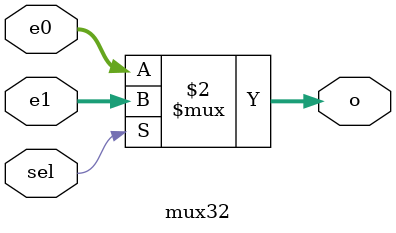
<source format=v>
module mux32(
    e0                          ,
    e1                          ,
    o                           ,
    sel                         
    );
    
input   [1:32]                          e0                          ;
input   [1:32]                          e1                          ;
output  [1:32]                          o                           ;
input                                   sel                         ;

assign  o   =   (sel==1'b1) ?   e1  :   e0;

endmodule

</source>
